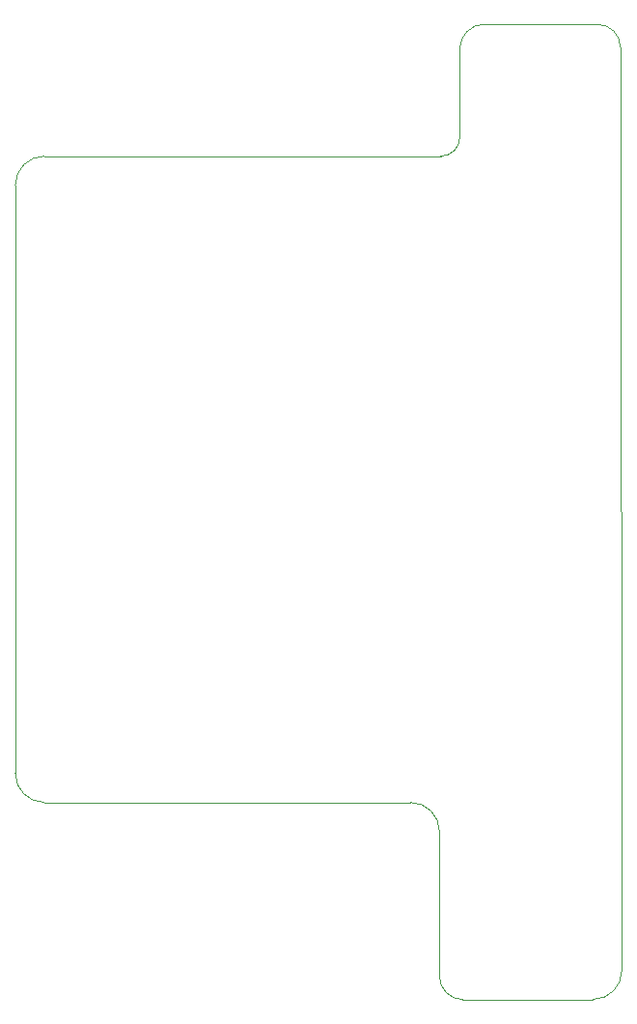
<source format=gbr>
%TF.GenerationSoftware,Altium Limited,Altium Designer,20.1.12 (249)*%
G04 Layer_Color=0*
%FSLAX26Y26*%
%MOIN*%
%TF.SameCoordinates,D7814EA1-E16B-4454-910B-2193EC0156EE*%
%TF.FilePolarity,Positive*%
%TF.FileFunction,Profile,NP*%
%TF.Part,Single*%
G01*
G75*
%TA.AperFunction,Profile*%
%ADD80C,0.001000*%
D80*
X1380000Y690000D02*
G02*
X1480000Y590000I0J-100000D01*
G01*
Y90000D01*
D02*
G03*
X1560000Y10000I80000J0D01*
G01*
X2010000D01*
D02*
G03*
X2110000Y110000I0J100000D01*
G01*
X2109837Y120000D01*
X2105119Y3295000D01*
D02*
G03*
X2025119Y3375000I-80000J0D01*
G01*
X2000000Y3375000D01*
X1635000D01*
D02*
G03*
X1550000Y3290000I-1J-84999D01*
G01*
X1550000Y2985000D01*
D02*
G02*
X1485000Y2920000I-65000J-0D01*
G01*
X1445000D01*
X115000Y2920000D01*
D02*
G03*
X15000Y2820000I-1J-99999D01*
G01*
X15000Y790000D01*
D02*
G03*
X115000Y690000I99999J-1D01*
G01*
X1380000D01*
%TF.MD5,4bfe87f9a1366ec1d1ca241d6b3f7f7b*%
M02*

</source>
